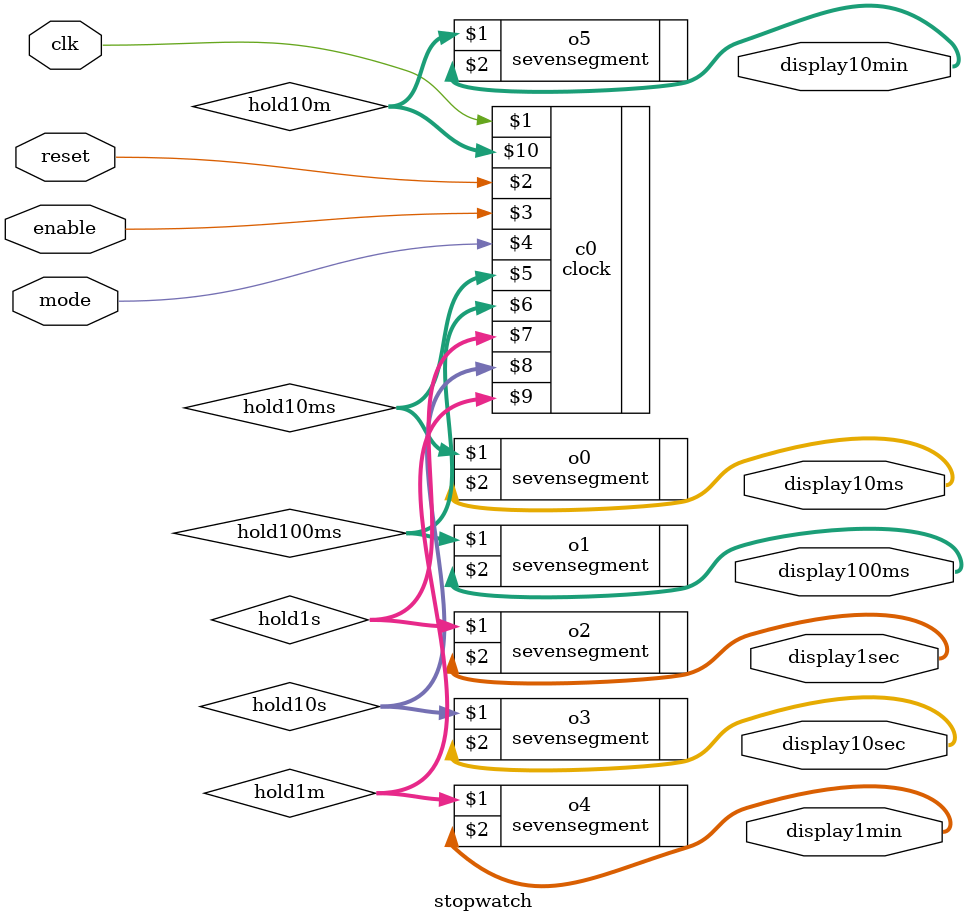
<source format=v>
`timescale 1ns / 1ps


module stopwatch(
input clk,
input reset,
input enable,
input mode,
output [6:0] display10ms,
output [6:0] display100ms,
output [6:0] display1sec,
output [6:0] display10sec,
output [6:0] display1min,
output [6:0] display10min
    );
    
   wire [3:0] hold10ms;
   wire [3:0] hold100ms;
   wire [3:0] hold1s;
   wire [3:0] hold10s;
   wire [3:0] hold1m;
   wire [3:0] hold10m;
    
    clock c0(clk, reset, enable, mode, hold10ms, hold100ms, hold1s, hold10s, hold1m, hold10m);
    
    sevensegment o0(hold10ms, display10ms);
    sevensegment o1(hold100ms, display100ms);
    sevensegment o2(hold1s, display1sec);
    sevensegment o3(hold10s, display10sec);
    sevensegment o4(hold1m, display1min);
    sevensegment o5(hold10m, display10min);
    
endmodule

</source>
